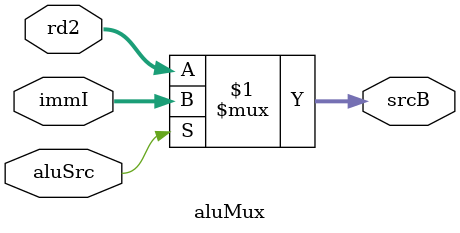
<source format=sv>
module pcMux(
input logic [31:0] pcPlus4,
input logic [31:0] pcBranch,
input logic pcSrc,
output logic [31:0] pc
);
	assign pc = pcSrc ? pcBranch : pcPlus4;
endmodule

module wdMux(
input logic [31:0] aluResult,
input logic [31:0] immU,
input logic wdSrc,
output logic [31:0] wd
);
	assign wd = wdSrc ? immU : aluResult;
endmodule

module aluMux(
input logic [31:0] rd2,
input logic [31:0] immI,
input logic aluSrc,
output logic [31:0] srcB
);
	assign srcB = aluSrc ? immI : rd2;
endmodule

</source>
